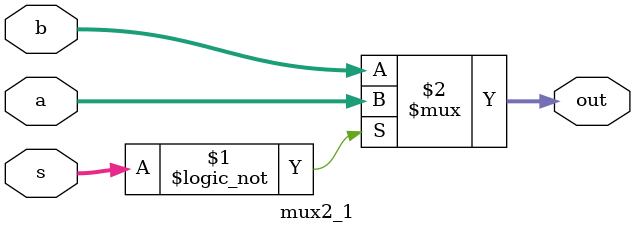
<source format=v>
module mux2_1 #(parameter Width = 32)(input [Width-1 : 0] a,b,
 input  [1:0]s,
 output [Width-1 : 0] out);

assign out = (s == 2'b00) ? a : b;
endmodule

</source>
